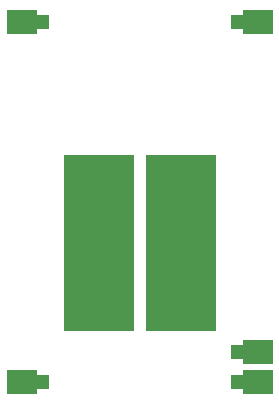
<source format=gbr>
%TF.GenerationSoftware,KiCad,Pcbnew,9.0.1+dfsg-1*%
%TF.CreationDate,2025-05-01T11:07:50+02:00*%
%TF.ProjectId,usb-c-power-in,7573622d-632d-4706-9f77-65722d696e2e,rev?*%
%TF.SameCoordinates,Original*%
%TF.FileFunction,Soldermask,Top*%
%TF.FilePolarity,Negative*%
%FSLAX46Y46*%
G04 Gerber Fmt 4.6, Leading zero omitted, Abs format (unit mm)*
G04 Created by KiCad (PCBNEW 9.0.1+dfsg-1) date 2025-05-01 11:07:50*
%MOMM*%
%LPD*%
G01*
G04 APERTURE LIST*
G04 Aperture macros list*
%AMRoundRect*
0 Rectangle with rounded corners*
0 $1 Rounding radius*
0 $2 $3 $4 $5 $6 $7 $8 $9 X,Y pos of 4 corners*
0 Add a 4 corners polygon primitive as box body*
4,1,4,$2,$3,$4,$5,$6,$7,$8,$9,$2,$3,0*
0 Add four circle primitives for the rounded corners*
1,1,$1+$1,$2,$3*
1,1,$1+$1,$4,$5*
1,1,$1+$1,$6,$7*
1,1,$1+$1,$8,$9*
0 Add four rect primitives between the rounded corners*
20,1,$1+$1,$2,$3,$4,$5,0*
20,1,$1+$1,$4,$5,$6,$7,0*
20,1,$1+$1,$6,$7,$8,$9,0*
20,1,$1+$1,$8,$9,$2,$3,0*%
G04 Aperture macros list end*
%ADD10R,6.000000X15.000000*%
%ADD11R,2.540000X2.000000*%
%ADD12RoundRect,0.250000X0.375000X0.375000X-0.375000X0.375000X-0.375000X-0.375000X0.375000X-0.375000X0*%
G04 APERTURE END LIST*
D10*
%TO.C,J1*%
X53644800Y-47040800D03*
X46685200Y-47040800D03*
%TD*%
D11*
%TO.C,M1*%
X40128000Y-28270200D03*
D12*
X41828000Y-28270200D03*
D11*
X40128000Y-58750200D03*
D12*
X41828000Y-58750200D03*
X58428000Y-28270200D03*
D11*
X60128000Y-28270200D03*
D12*
X58428000Y-56210200D03*
D11*
X60128000Y-56210200D03*
D12*
X58428000Y-58750200D03*
D11*
X60128000Y-58750200D03*
%TD*%
M02*

</source>
